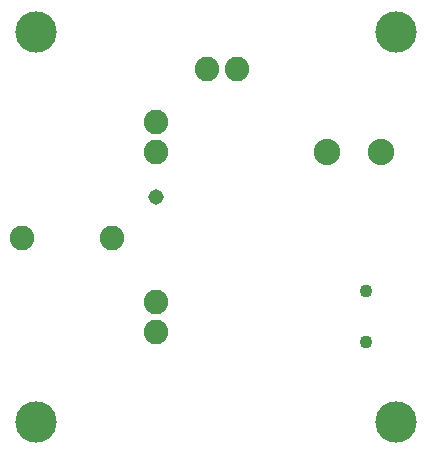
<source format=gbr>
G04 EAGLE Gerber RS-274X export*
G75*
%MOMM*%
%FSLAX34Y34*%
%LPD*%
%INSoldermask Bottom*%
%IPPOS*%
%AMOC8*
5,1,8,0,0,1.08239X$1,22.5*%
G01*
%ADD10C,3.505200*%
%ADD11C,1.103200*%
%ADD12C,2.082800*%
%ADD13C,2.235200*%
%ADD14C,1.311200*%


D10*
X12700Y355600D03*
X317500Y355600D03*
X317500Y25400D03*
X12700Y25400D03*
D11*
X292100Y92300D03*
X292100Y136300D03*
D12*
X182880Y323850D03*
X157480Y323850D03*
D13*
X304800Y254000D03*
X259080Y254000D03*
D12*
X114300Y254000D03*
X114300Y279400D03*
X114300Y101600D03*
X114300Y127000D03*
X1270Y180594D03*
X77470Y180594D03*
D14*
X114300Y215900D03*
M02*

</source>
